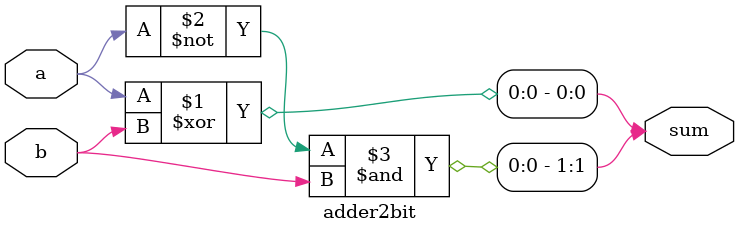
<source format=v>
module adder2bit (
						input a,
						input b,
						output [1:0]sum


);

assign 	sum[0] = a^b;
assign	sum[1] = (~a)&b;






endmodule

//https://technobyte.org/verilog-code-half-full-subtractor-using-structural-modeling/
</source>
